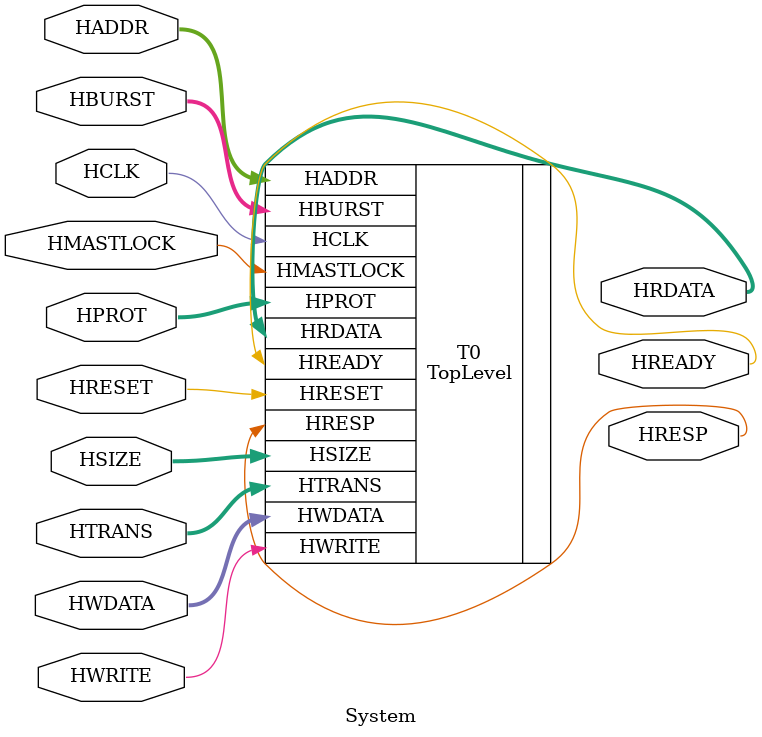
<source format=sv>

module System
(
  input logic HCLK,
  input logic HMASTLOCK,
  input logic HRESET,
  input logic HWRITE,
  input logic [1:0] HTRANS,
  input logic [2:0] HBURST,
  input logic [2:0] HSIZE,
  input logic [3:0] HPROT,
  input logic [31:0] HADDR,
  input logic [63:0] HWDATA,

  output logic HREADY,
  output logic HRESP,
  output logic [63:0] HRDATA
);

  // Instantiate the TopLevel Block
  TopLevel T0
  (
    .HCLK(HCLK),
    .HMASTLOCK(HMASTLOCK),
    .HREADY(HREADY),
    .HRESET(HRESET),
    .HWRITE(HWRITE),
    .HTRANS(HTRANS),
    .HBURST(HBURST),
    .HSIZE(HSIZE),
    .HPROT(HPROT),
    .HADDR(HADDR),
    .HWDATA(HWDATA),

    .HRESP(HRESP),
    .HRDATA(HRDATA)
  );

endmodule

</source>
